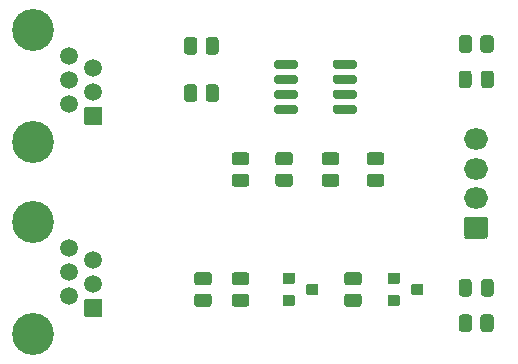
<source format=gbr>
G04 #@! TF.GenerationSoftware,KiCad,Pcbnew,5.1.7-a382d34a8~87~ubuntu20.04.1*
G04 #@! TF.CreationDate,2020-11-16T15:14:02+01:00*
G04 #@! TF.ProjectId,LocoNetInterface_V1.1,4c6f636f-4e65-4744-996e-746572666163,rev?*
G04 #@! TF.SameCoordinates,Original*
G04 #@! TF.FileFunction,Soldermask,Top*
G04 #@! TF.FilePolarity,Negative*
%FSLAX46Y46*%
G04 Gerber Fmt 4.6, Leading zero omitted, Abs format (unit mm)*
G04 Created by KiCad (PCBNEW 5.1.7-a382d34a8~87~ubuntu20.04.1) date 2020-11-16 15:14:02*
%MOMM*%
%LPD*%
G01*
G04 APERTURE LIST*
%ADD10C,3.552000*%
%ADD11C,1.500000*%
%ADD12O,2.052000X1.802000*%
%ADD13C,0.100000*%
G04 APERTURE END LIST*
G36*
G01*
X52881000Y-125290000D02*
X54279000Y-125290000D01*
G75*
G02*
X54330000Y-125341000I0J-51000D01*
G01*
X54330000Y-126739000D01*
G75*
G02*
X54279000Y-126790000I-51000J0D01*
G01*
X52881000Y-126790000D01*
G75*
G02*
X52830000Y-126739000I0J51000D01*
G01*
X52830000Y-125341000D01*
G75*
G02*
X52881000Y-125290000I51000J0D01*
G01*
G37*
D10*
X48500000Y-118737500D03*
X48500000Y-128262500D03*
D11*
X53580000Y-124008000D03*
X53580000Y-121976000D03*
X51550000Y-125024000D03*
X51548000Y-122992000D03*
X51550000Y-120960000D03*
G36*
G01*
X52881000Y-109040000D02*
X54279000Y-109040000D01*
G75*
G02*
X54330000Y-109091000I0J-51000D01*
G01*
X54330000Y-110489000D01*
G75*
G02*
X54279000Y-110540000I-51000J0D01*
G01*
X52881000Y-110540000D01*
G75*
G02*
X52830000Y-110489000I0J51000D01*
G01*
X52830000Y-109091000D01*
G75*
G02*
X52881000Y-109040000I51000J0D01*
G01*
G37*
D10*
X48500000Y-102487500D03*
X48500000Y-112012500D03*
D11*
X53580000Y-107758000D03*
X53580000Y-105726000D03*
X51550000Y-108774000D03*
X51548000Y-106742000D03*
X51550000Y-104710000D03*
G36*
G01*
X63341124Y-124111000D02*
X62388876Y-124111000D01*
G75*
G02*
X62114000Y-123836124I0J274876D01*
G01*
X62114000Y-123258876D01*
G75*
G02*
X62388876Y-122984000I274876J0D01*
G01*
X63341124Y-122984000D01*
G75*
G02*
X63616000Y-123258876I0J-274876D01*
G01*
X63616000Y-123836124D01*
G75*
G02*
X63341124Y-124111000I-274876J0D01*
G01*
G37*
G36*
G01*
X63341124Y-125936000D02*
X62388876Y-125936000D01*
G75*
G02*
X62114000Y-125661124I0J274876D01*
G01*
X62114000Y-125083876D01*
G75*
G02*
X62388876Y-124809000I274876J0D01*
G01*
X63341124Y-124809000D01*
G75*
G02*
X63616000Y-125083876I0J-274876D01*
G01*
X63616000Y-125661124D01*
G75*
G02*
X63341124Y-125936000I-274876J0D01*
G01*
G37*
G36*
G01*
X65563876Y-124809000D02*
X66516124Y-124809000D01*
G75*
G02*
X66791000Y-125083876I0J-274876D01*
G01*
X66791000Y-125661124D01*
G75*
G02*
X66516124Y-125936000I-274876J0D01*
G01*
X65563876Y-125936000D01*
G75*
G02*
X65289000Y-125661124I0J274876D01*
G01*
X65289000Y-125083876D01*
G75*
G02*
X65563876Y-124809000I274876J0D01*
G01*
G37*
G36*
G01*
X65563876Y-122984000D02*
X66516124Y-122984000D01*
G75*
G02*
X66791000Y-123258876I0J-274876D01*
G01*
X66791000Y-123836124D01*
G75*
G02*
X66516124Y-124111000I-274876J0D01*
G01*
X65563876Y-124111000D01*
G75*
G02*
X65289000Y-123836124I0J274876D01*
G01*
X65289000Y-123258876D01*
G75*
G02*
X65563876Y-122984000I274876J0D01*
G01*
G37*
G36*
G01*
X76041124Y-124111000D02*
X75088876Y-124111000D01*
G75*
G02*
X74814000Y-123836124I0J274876D01*
G01*
X74814000Y-123258876D01*
G75*
G02*
X75088876Y-122984000I274876J0D01*
G01*
X76041124Y-122984000D01*
G75*
G02*
X76316000Y-123258876I0J-274876D01*
G01*
X76316000Y-123836124D01*
G75*
G02*
X76041124Y-124111000I-274876J0D01*
G01*
G37*
G36*
G01*
X76041124Y-125936000D02*
X75088876Y-125936000D01*
G75*
G02*
X74814000Y-125661124I0J274876D01*
G01*
X74814000Y-125083876D01*
G75*
G02*
X75088876Y-124809000I274876J0D01*
G01*
X76041124Y-124809000D01*
G75*
G02*
X76316000Y-125083876I0J-274876D01*
G01*
X76316000Y-125661124D01*
G75*
G02*
X76041124Y-125936000I-274876J0D01*
G01*
G37*
G36*
G01*
X85651000Y-126843876D02*
X85651000Y-127796124D01*
G75*
G02*
X85376124Y-128071000I-274876J0D01*
G01*
X84798876Y-128071000D01*
G75*
G02*
X84524000Y-127796124I0J274876D01*
G01*
X84524000Y-126843876D01*
G75*
G02*
X84798876Y-126569000I274876J0D01*
G01*
X85376124Y-126569000D01*
G75*
G02*
X85651000Y-126843876I0J-274876D01*
G01*
G37*
G36*
G01*
X87476000Y-126843876D02*
X87476000Y-127796124D01*
G75*
G02*
X87201124Y-128071000I-274876J0D01*
G01*
X86623876Y-128071000D01*
G75*
G02*
X86349000Y-127796124I0J274876D01*
G01*
X86349000Y-126843876D01*
G75*
G02*
X86623876Y-126569000I274876J0D01*
G01*
X87201124Y-126569000D01*
G75*
G02*
X87476000Y-126843876I0J-274876D01*
G01*
G37*
G36*
G01*
X70206124Y-113951000D02*
X69253876Y-113951000D01*
G75*
G02*
X68979000Y-113676124I0J274876D01*
G01*
X68979000Y-113098876D01*
G75*
G02*
X69253876Y-112824000I274876J0D01*
G01*
X70206124Y-112824000D01*
G75*
G02*
X70481000Y-113098876I0J-274876D01*
G01*
X70481000Y-113676124D01*
G75*
G02*
X70206124Y-113951000I-274876J0D01*
G01*
G37*
G36*
G01*
X70206124Y-115776000D02*
X69253876Y-115776000D01*
G75*
G02*
X68979000Y-115501124I0J274876D01*
G01*
X68979000Y-114923876D01*
G75*
G02*
X69253876Y-114649000I274876J0D01*
G01*
X70206124Y-114649000D01*
G75*
G02*
X70481000Y-114923876I0J-274876D01*
G01*
X70481000Y-115501124D01*
G75*
G02*
X70206124Y-115776000I-274876J0D01*
G01*
G37*
G36*
G01*
X85651000Y-103203876D02*
X85651000Y-104156124D01*
G75*
G02*
X85376124Y-104431000I-274876J0D01*
G01*
X84798876Y-104431000D01*
G75*
G02*
X84524000Y-104156124I0J274876D01*
G01*
X84524000Y-103203876D01*
G75*
G02*
X84798876Y-102929000I274876J0D01*
G01*
X85376124Y-102929000D01*
G75*
G02*
X85651000Y-103203876I0J-274876D01*
G01*
G37*
G36*
G01*
X87476000Y-103203876D02*
X87476000Y-104156124D01*
G75*
G02*
X87201124Y-104431000I-274876J0D01*
G01*
X86623876Y-104431000D01*
G75*
G02*
X86349000Y-104156124I0J274876D01*
G01*
X86349000Y-103203876D01*
G75*
G02*
X86623876Y-102929000I274876J0D01*
G01*
X87201124Y-102929000D01*
G75*
G02*
X87476000Y-103203876I0J-274876D01*
G01*
G37*
G36*
G01*
X76993876Y-114649000D02*
X77946124Y-114649000D01*
G75*
G02*
X78221000Y-114923876I0J-274876D01*
G01*
X78221000Y-115501124D01*
G75*
G02*
X77946124Y-115776000I-274876J0D01*
G01*
X76993876Y-115776000D01*
G75*
G02*
X76719000Y-115501124I0J274876D01*
G01*
X76719000Y-114923876D01*
G75*
G02*
X76993876Y-114649000I274876J0D01*
G01*
G37*
G36*
G01*
X76993876Y-112824000D02*
X77946124Y-112824000D01*
G75*
G02*
X78221000Y-113098876I0J-274876D01*
G01*
X78221000Y-113676124D01*
G75*
G02*
X77946124Y-113951000I-274876J0D01*
G01*
X76993876Y-113951000D01*
G75*
G02*
X76719000Y-113676124I0J274876D01*
G01*
X76719000Y-113098876D01*
G75*
G02*
X76993876Y-112824000I274876J0D01*
G01*
G37*
G36*
G01*
X74136124Y-113951000D02*
X73183876Y-113951000D01*
G75*
G02*
X72909000Y-113676124I0J274876D01*
G01*
X72909000Y-113098876D01*
G75*
G02*
X73183876Y-112824000I274876J0D01*
G01*
X74136124Y-112824000D01*
G75*
G02*
X74411000Y-113098876I0J-274876D01*
G01*
X74411000Y-113676124D01*
G75*
G02*
X74136124Y-113951000I-274876J0D01*
G01*
G37*
G36*
G01*
X74136124Y-115776000D02*
X73183876Y-115776000D01*
G75*
G02*
X72909000Y-115501124I0J274876D01*
G01*
X72909000Y-114923876D01*
G75*
G02*
X73183876Y-114649000I274876J0D01*
G01*
X74136124Y-114649000D01*
G75*
G02*
X74411000Y-114923876I0J-274876D01*
G01*
X74411000Y-115501124D01*
G75*
G02*
X74136124Y-115776000I-274876J0D01*
G01*
G37*
G36*
G01*
X66516124Y-113951000D02*
X65563876Y-113951000D01*
G75*
G02*
X65289000Y-113676124I0J274876D01*
G01*
X65289000Y-113098876D01*
G75*
G02*
X65563876Y-112824000I274876J0D01*
G01*
X66516124Y-112824000D01*
G75*
G02*
X66791000Y-113098876I0J-274876D01*
G01*
X66791000Y-113676124D01*
G75*
G02*
X66516124Y-113951000I-274876J0D01*
G01*
G37*
G36*
G01*
X66516124Y-115776000D02*
X65563876Y-115776000D01*
G75*
G02*
X65289000Y-115501124I0J274876D01*
G01*
X65289000Y-114923876D01*
G75*
G02*
X65563876Y-114649000I274876J0D01*
G01*
X66516124Y-114649000D01*
G75*
G02*
X66791000Y-114923876I0J-274876D01*
G01*
X66791000Y-115501124D01*
G75*
G02*
X66516124Y-115776000I-274876J0D01*
G01*
G37*
G36*
G01*
X62381000Y-107363876D02*
X62381000Y-108316124D01*
G75*
G02*
X62106124Y-108591000I-274876J0D01*
G01*
X61528876Y-108591000D01*
G75*
G02*
X61254000Y-108316124I0J274876D01*
G01*
X61254000Y-107363876D01*
G75*
G02*
X61528876Y-107089000I274876J0D01*
G01*
X62106124Y-107089000D01*
G75*
G02*
X62381000Y-107363876I0J-274876D01*
G01*
G37*
G36*
G01*
X64206000Y-107363876D02*
X64206000Y-108316124D01*
G75*
G02*
X63931124Y-108591000I-274876J0D01*
G01*
X63353876Y-108591000D01*
G75*
G02*
X63079000Y-108316124I0J274876D01*
G01*
X63079000Y-107363876D01*
G75*
G02*
X63353876Y-107089000I274876J0D01*
G01*
X63931124Y-107089000D01*
G75*
G02*
X64206000Y-107363876I0J-274876D01*
G01*
G37*
G36*
G01*
X63079000Y-104316124D02*
X63079000Y-103363876D01*
G75*
G02*
X63353876Y-103089000I274876J0D01*
G01*
X63931124Y-103089000D01*
G75*
G02*
X64206000Y-103363876I0J-274876D01*
G01*
X64206000Y-104316124D01*
G75*
G02*
X63931124Y-104591000I-274876J0D01*
G01*
X63353876Y-104591000D01*
G75*
G02*
X63079000Y-104316124I0J274876D01*
G01*
G37*
G36*
G01*
X61254000Y-104316124D02*
X61254000Y-103363876D01*
G75*
G02*
X61528876Y-103089000I274876J0D01*
G01*
X62106124Y-103089000D01*
G75*
G02*
X62381000Y-103363876I0J-274876D01*
G01*
X62381000Y-104316124D01*
G75*
G02*
X62106124Y-104591000I-274876J0D01*
G01*
X61528876Y-104591000D01*
G75*
G02*
X61254000Y-104316124I0J274876D01*
G01*
G37*
D12*
X86000000Y-111750000D03*
X86000000Y-114250000D03*
X86000000Y-116750000D03*
G36*
G01*
X86761000Y-120151000D02*
X85239000Y-120151000D01*
G75*
G02*
X84974000Y-119886000I0J265000D01*
G01*
X84974000Y-118614000D01*
G75*
G02*
X85239000Y-118349000I265000J0D01*
G01*
X86761000Y-118349000D01*
G75*
G02*
X87026000Y-118614000I0J-265000D01*
G01*
X87026000Y-119886000D01*
G75*
G02*
X86761000Y-120151000I-265000J0D01*
G01*
G37*
G36*
G01*
X86399000Y-124801750D02*
X86399000Y-123838250D01*
G75*
G02*
X86668250Y-123569000I269250J0D01*
G01*
X87206750Y-123569000D01*
G75*
G02*
X87476000Y-123838250I0J-269250D01*
G01*
X87476000Y-124801750D01*
G75*
G02*
X87206750Y-125071000I-269250J0D01*
G01*
X86668250Y-125071000D01*
G75*
G02*
X86399000Y-124801750I0J269250D01*
G01*
G37*
G36*
G01*
X84524000Y-124801750D02*
X84524000Y-123838250D01*
G75*
G02*
X84793250Y-123569000I269250J0D01*
G01*
X85331750Y-123569000D01*
G75*
G02*
X85601000Y-123838250I0J-269250D01*
G01*
X85601000Y-124801750D01*
G75*
G02*
X85331750Y-125071000I-269250J0D01*
G01*
X84793250Y-125071000D01*
G75*
G02*
X84524000Y-124801750I0J269250D01*
G01*
G37*
G36*
G01*
X86399000Y-107161750D02*
X86399000Y-106198250D01*
G75*
G02*
X86668250Y-105929000I269250J0D01*
G01*
X87206750Y-105929000D01*
G75*
G02*
X87476000Y-106198250I0J-269250D01*
G01*
X87476000Y-107161750D01*
G75*
G02*
X87206750Y-107431000I-269250J0D01*
G01*
X86668250Y-107431000D01*
G75*
G02*
X86399000Y-107161750I0J269250D01*
G01*
G37*
G36*
G01*
X84524000Y-107161750D02*
X84524000Y-106198250D01*
G75*
G02*
X84793250Y-105929000I269250J0D01*
G01*
X85331750Y-105929000D01*
G75*
G02*
X85601000Y-106198250I0J-269250D01*
G01*
X85601000Y-107161750D01*
G75*
G02*
X85331750Y-107431000I-269250J0D01*
G01*
X84793250Y-107431000D01*
G75*
G02*
X84524000Y-107161750I0J269250D01*
G01*
G37*
G36*
G01*
X71619000Y-124860000D02*
X71619000Y-124060000D01*
G75*
G02*
X71670000Y-124009000I51000J0D01*
G01*
X72570000Y-124009000D01*
G75*
G02*
X72621000Y-124060000I0J-51000D01*
G01*
X72621000Y-124860000D01*
G75*
G02*
X72570000Y-124911000I-51000J0D01*
G01*
X71670000Y-124911000D01*
G75*
G02*
X71619000Y-124860000I0J51000D01*
G01*
G37*
G36*
G01*
X69619000Y-125810000D02*
X69619000Y-125010000D01*
G75*
G02*
X69670000Y-124959000I51000J0D01*
G01*
X70570000Y-124959000D01*
G75*
G02*
X70621000Y-125010000I0J-51000D01*
G01*
X70621000Y-125810000D01*
G75*
G02*
X70570000Y-125861000I-51000J0D01*
G01*
X69670000Y-125861000D01*
G75*
G02*
X69619000Y-125810000I0J51000D01*
G01*
G37*
G36*
G01*
X69619000Y-123910000D02*
X69619000Y-123110000D01*
G75*
G02*
X69670000Y-123059000I51000J0D01*
G01*
X70570000Y-123059000D01*
G75*
G02*
X70621000Y-123110000I0J-51000D01*
G01*
X70621000Y-123910000D01*
G75*
G02*
X70570000Y-123961000I-51000J0D01*
G01*
X69670000Y-123961000D01*
G75*
G02*
X69619000Y-123910000I0J51000D01*
G01*
G37*
G36*
G01*
X80509000Y-124860000D02*
X80509000Y-124060000D01*
G75*
G02*
X80560000Y-124009000I51000J0D01*
G01*
X81460000Y-124009000D01*
G75*
G02*
X81511000Y-124060000I0J-51000D01*
G01*
X81511000Y-124860000D01*
G75*
G02*
X81460000Y-124911000I-51000J0D01*
G01*
X80560000Y-124911000D01*
G75*
G02*
X80509000Y-124860000I0J51000D01*
G01*
G37*
G36*
G01*
X78509000Y-125810000D02*
X78509000Y-125010000D01*
G75*
G02*
X78560000Y-124959000I51000J0D01*
G01*
X79460000Y-124959000D01*
G75*
G02*
X79511000Y-125010000I0J-51000D01*
G01*
X79511000Y-125810000D01*
G75*
G02*
X79460000Y-125861000I-51000J0D01*
G01*
X78560000Y-125861000D01*
G75*
G02*
X78509000Y-125810000I0J51000D01*
G01*
G37*
G36*
G01*
X78509000Y-123910000D02*
X78509000Y-123110000D01*
G75*
G02*
X78560000Y-123059000I51000J0D01*
G01*
X79460000Y-123059000D01*
G75*
G02*
X79511000Y-123110000I0J-51000D01*
G01*
X79511000Y-123910000D01*
G75*
G02*
X79460000Y-123961000I-51000J0D01*
G01*
X78560000Y-123961000D01*
G75*
G02*
X78509000Y-123910000I0J51000D01*
G01*
G37*
G36*
G01*
X73839000Y-105585500D02*
X73839000Y-105234500D01*
G75*
G02*
X74014500Y-105059000I175500J0D01*
G01*
X75715500Y-105059000D01*
G75*
G02*
X75891000Y-105234500I0J-175500D01*
G01*
X75891000Y-105585500D01*
G75*
G02*
X75715500Y-105761000I-175500J0D01*
G01*
X74014500Y-105761000D01*
G75*
G02*
X73839000Y-105585500I0J175500D01*
G01*
G37*
G36*
G01*
X73839000Y-106855500D02*
X73839000Y-106504500D01*
G75*
G02*
X74014500Y-106329000I175500J0D01*
G01*
X75715500Y-106329000D01*
G75*
G02*
X75891000Y-106504500I0J-175500D01*
G01*
X75891000Y-106855500D01*
G75*
G02*
X75715500Y-107031000I-175500J0D01*
G01*
X74014500Y-107031000D01*
G75*
G02*
X73839000Y-106855500I0J175500D01*
G01*
G37*
G36*
G01*
X73839000Y-108125500D02*
X73839000Y-107774500D01*
G75*
G02*
X74014500Y-107599000I175500J0D01*
G01*
X75715500Y-107599000D01*
G75*
G02*
X75891000Y-107774500I0J-175500D01*
G01*
X75891000Y-108125500D01*
G75*
G02*
X75715500Y-108301000I-175500J0D01*
G01*
X74014500Y-108301000D01*
G75*
G02*
X73839000Y-108125500I0J175500D01*
G01*
G37*
G36*
G01*
X73839000Y-109395500D02*
X73839000Y-109044500D01*
G75*
G02*
X74014500Y-108869000I175500J0D01*
G01*
X75715500Y-108869000D01*
G75*
G02*
X75891000Y-109044500I0J-175500D01*
G01*
X75891000Y-109395500D01*
G75*
G02*
X75715500Y-109571000I-175500J0D01*
G01*
X74014500Y-109571000D01*
G75*
G02*
X73839000Y-109395500I0J175500D01*
G01*
G37*
G36*
G01*
X68889000Y-109395500D02*
X68889000Y-109044500D01*
G75*
G02*
X69064500Y-108869000I175500J0D01*
G01*
X70765500Y-108869000D01*
G75*
G02*
X70941000Y-109044500I0J-175500D01*
G01*
X70941000Y-109395500D01*
G75*
G02*
X70765500Y-109571000I-175500J0D01*
G01*
X69064500Y-109571000D01*
G75*
G02*
X68889000Y-109395500I0J175500D01*
G01*
G37*
G36*
G01*
X68889000Y-108125500D02*
X68889000Y-107774500D01*
G75*
G02*
X69064500Y-107599000I175500J0D01*
G01*
X70765500Y-107599000D01*
G75*
G02*
X70941000Y-107774500I0J-175500D01*
G01*
X70941000Y-108125500D01*
G75*
G02*
X70765500Y-108301000I-175500J0D01*
G01*
X69064500Y-108301000D01*
G75*
G02*
X68889000Y-108125500I0J175500D01*
G01*
G37*
G36*
G01*
X68889000Y-106855500D02*
X68889000Y-106504500D01*
G75*
G02*
X69064500Y-106329000I175500J0D01*
G01*
X70765500Y-106329000D01*
G75*
G02*
X70941000Y-106504500I0J-175500D01*
G01*
X70941000Y-106855500D01*
G75*
G02*
X70765500Y-107031000I-175500J0D01*
G01*
X69064500Y-107031000D01*
G75*
G02*
X68889000Y-106855500I0J175500D01*
G01*
G37*
G36*
G01*
X68889000Y-105585500D02*
X68889000Y-105234500D01*
G75*
G02*
X69064500Y-105059000I175500J0D01*
G01*
X70765500Y-105059000D01*
G75*
G02*
X70941000Y-105234500I0J-175500D01*
G01*
X70941000Y-105585500D01*
G75*
G02*
X70765500Y-105761000I-175500J0D01*
G01*
X69064500Y-105761000D01*
G75*
G02*
X68889000Y-105585500I0J175500D01*
G01*
G37*
D13*
G36*
X84975990Y-119885804D02*
G01*
X84981062Y-119937304D01*
X84996029Y-119986642D01*
X85020332Y-120032110D01*
X85053038Y-120071962D01*
X85092890Y-120104668D01*
X85138358Y-120128971D01*
X85187696Y-120143938D01*
X85239196Y-120149010D01*
X85240822Y-120150175D01*
X85240626Y-120152165D01*
X85239000Y-120153000D01*
X85156903Y-120153000D01*
X85156707Y-120152990D01*
X85116204Y-120149001D01*
X85115819Y-120148925D01*
X85082767Y-120138899D01*
X85082405Y-120138749D01*
X85051954Y-120122472D01*
X85051628Y-120122254D01*
X85024932Y-120100345D01*
X85024655Y-120100068D01*
X85002746Y-120073372D01*
X85002528Y-120073046D01*
X84986251Y-120042595D01*
X84986101Y-120042233D01*
X84976075Y-120009181D01*
X84975999Y-120008796D01*
X84972010Y-119968293D01*
X84972000Y-119968097D01*
X84972000Y-119886000D01*
X84973000Y-119884268D01*
X84975000Y-119884268D01*
X84975990Y-119885804D01*
G37*
G36*
X87027165Y-119884374D02*
G01*
X87028000Y-119886000D01*
X87028000Y-119968097D01*
X87027990Y-119968293D01*
X87024001Y-120008796D01*
X87023925Y-120009181D01*
X87013899Y-120042233D01*
X87013749Y-120042595D01*
X86997472Y-120073046D01*
X86997254Y-120073372D01*
X86975345Y-120100068D01*
X86975068Y-120100345D01*
X86948372Y-120122254D01*
X86948046Y-120122472D01*
X86917595Y-120138749D01*
X86917233Y-120138899D01*
X86884181Y-120148925D01*
X86883796Y-120149001D01*
X86843293Y-120152990D01*
X86843097Y-120153000D01*
X86761000Y-120153000D01*
X86759268Y-120152000D01*
X86759268Y-120150000D01*
X86760804Y-120149010D01*
X86812304Y-120143938D01*
X86861642Y-120128971D01*
X86907110Y-120104668D01*
X86946962Y-120071962D01*
X86979668Y-120032110D01*
X87003971Y-119986642D01*
X87018938Y-119937304D01*
X87024010Y-119885804D01*
X87025175Y-119884178D01*
X87027165Y-119884374D01*
G37*
G36*
X85240732Y-118348000D02*
G01*
X85240732Y-118350000D01*
X85239196Y-118350990D01*
X85187696Y-118356062D01*
X85138358Y-118371029D01*
X85092890Y-118395332D01*
X85053038Y-118428038D01*
X85020332Y-118467890D01*
X84996029Y-118513358D01*
X84981062Y-118562696D01*
X84975990Y-118614196D01*
X84974825Y-118615822D01*
X84972835Y-118615626D01*
X84972000Y-118614000D01*
X84972000Y-118531903D01*
X84972010Y-118531707D01*
X84975999Y-118491204D01*
X84976075Y-118490819D01*
X84986101Y-118457767D01*
X84986251Y-118457405D01*
X85002528Y-118426954D01*
X85002746Y-118426628D01*
X85024655Y-118399932D01*
X85024932Y-118399655D01*
X85051628Y-118377746D01*
X85051954Y-118377528D01*
X85082405Y-118361251D01*
X85082767Y-118361101D01*
X85115819Y-118351075D01*
X85116204Y-118350999D01*
X85156707Y-118347010D01*
X85156903Y-118347000D01*
X85239000Y-118347000D01*
X85240732Y-118348000D01*
G37*
G36*
X86843293Y-118347010D02*
G01*
X86883796Y-118350999D01*
X86884181Y-118351075D01*
X86917233Y-118361101D01*
X86917595Y-118361251D01*
X86948046Y-118377528D01*
X86948372Y-118377746D01*
X86975068Y-118399655D01*
X86975345Y-118399932D01*
X86997254Y-118426628D01*
X86997472Y-118426954D01*
X87013749Y-118457405D01*
X87013899Y-118457767D01*
X87023925Y-118490819D01*
X87024001Y-118491204D01*
X87027990Y-118531707D01*
X87028000Y-118531903D01*
X87028000Y-118614000D01*
X87027000Y-118615732D01*
X87025000Y-118615732D01*
X87024010Y-118614196D01*
X87018938Y-118562696D01*
X87003971Y-118513358D01*
X86979668Y-118467890D01*
X86946962Y-118428038D01*
X86907110Y-118395332D01*
X86861642Y-118371029D01*
X86812304Y-118356062D01*
X86760804Y-118350990D01*
X86759178Y-118349825D01*
X86759374Y-118347835D01*
X86761000Y-118347000D01*
X86843097Y-118347000D01*
X86843293Y-118347010D01*
G37*
M02*

</source>
